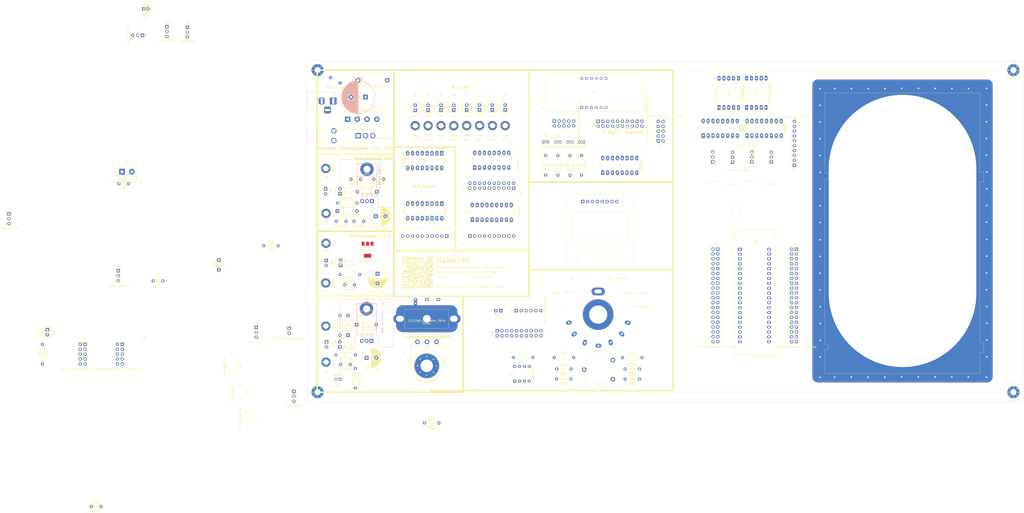
<source format=kicad_pcb>
(kicad_pcb (version 20211014) (generator pcbnew)
  (layers (0 "F.Cu" signal) (31 "B.Cu" signal) (34 "B.Paste" user) (35 "F.Paste" user) (36 "B.SilkS" user "B.Silkscreen") (37 "F.SilkS" user "F.Silkscreen") (38 "B.Mask" user) (39 "F.Mask" user) (44 "Edge.Cuts" user))
  (net 0 "")
  (net 1 "Net-(AFF1-Pad1)")
  (net 2 "Net-(AFF1-Pad2)")
  (net 3 "Net-(AFF1-Pad4)")
  (net 5 "Net-(AFF1-Pad6)")
  (net 6 "Net-(AFF1-Pad7)")
  (net 8 "Net-(AFF1-Pad9)")
  (net 9 "Net-(AFF1-Pad10)")
  (net 10 "Net-(AFF2-Pad1)")
  (net 11 "Net-(AFF2-Pad2)")
  (net 12 "Net-(AFF2-Pad4)")
  (net 14 "Net-(AFF2-Pad6)")
  (net 15 "Net-(AFF2-Pad7)")
  (net 17 "Net-(AFF2-Pad9)")
  (net 18 "Net-(AFF2-Pad10)")
  (net 19 "VCC")
  (net 20 "Net-(D1-Pad1)")
  (net 21 "Net-(D6-Pad2)")
  (net 22 "Net-(D7-Pad1)")
  (net 23 "Net-(D8-Pad1)")
  (net 24 "Net-(D9-Pad1)")
  (net 25 "Net-(D10-Pad1)")
  (net 26 "Net-(D11-Pad1)")
  (net 27 "Net-(D12-Pad1)")
  (net 28 "Net-(D13-Pad1)")
  (net 29 "Net-(D14-Pad1)")
  (net 30 "Net-(J4-Pad2)")
  (net 31 "Net-(J13-Pad9)")
  (net 32 "Net-(J13-Pad2)")
  (net 33 "Net-(J13-Pad3)")
  (net 34 "Net-(J13-Pad4)")
  (net 35 "Net-(J13-Pad5)")
  (net 36 "Net-(J13-Pad6)")
  (net 37 "Net-(J13-Pad7)")
  (net 38 "Net-(J13-Pad8)")
  (net 39 "Net-(J19-Pad1)")
  (net 40 "Net-(J19-Pad2)")
  (net 41 "Net-(J19-Pad3)")
  (net 42 "Net-(J19-Pad4)")
  (net 43 "Net-(J19-Pad5)")
  (net 44 "Net-(J19-Pad6)")
  (net 45 "Net-(J19-Pad7)")
  (net 46 "Net-(J19-Pad8)")
  (net 47 "Net-(J19-Pad9)")
  (net 48 "Net-(J19-Pad10)")
  (net 49 "Net-(Q1-Pad2)")
  (net 50 "Net-(Q2-Pad2)")
  (net 51 "Net-(Q3-Pad2)")
  (net 52 "Net-(Q4-Pad2)")
  (net 53 "Net-(J9-Pad5)")
  (net 54 "Net-(J9-Pad4)")
  (net 55 "Net-(J9-Pad3)")
  (net 56 "Net-(J9-Pad2)")
  (net 57 "Net-(J14-Pad12)")
  (net 58 "Net-(J14-Pad13)")
  (net 59 "Net-(J14-Pad14)")
  (net 60 "Net-(J14-Pad15)")
  (net 61 "Net-(J14-Pad16)")
  (net 62 "Net-(J14-Pad17)")
  (net 63 "Net-(J14-Pad18)")
  (net 64 "Net-(J14-Pad19)")
  (net 65 "Net-(J15-Pad2)")
  (net 66 "Net-(J15-Pad3)")
  (net 67 "Net-(J15-Pad4)")
  (net 68 "Net-(J15-Pad5)")
  (net 69 "Net-(J15-Pad6)")
  (net 70 "Net-(J15-Pad7)")
  (net 71 "Net-(J15-Pad8)")
  (net 73 "Net-(C4-Pad1)")
  (net 74 "/Alimentazione/+Vvar")
  (net 75 "Net-(J11-Pad16)")
  (net 76 "Net-(J11-Pad13)")
  (net 77 "Net-(J11-Pad14)")
  (net 78 "Net-(J12-Pad8)")
  (net 79 "Net-(J11-Pad20)")
  (net 80 "Net-(J14-Pad10)")
  (net 81 "Net-(J14-Pad3)")
  (net 82 "Net-(J14-Pad4)")
  (net 83 "Net-(J14-Pad5)")
  (net 84 "Net-(J14-Pad6)")
  (net 85 "Net-(J14-Pad7)")
  (net 86 "Net-(J14-Pad8)")
  (net 87 "Net-(J14-Pad9)")
  (net 88 "Net-(RV3-Pad2)")
  (net 89 "/Gen_Clock/Clock")
  (net 91 "Net-(C15-Pad1)")
  (net 92 "Net-(R15-Pad2)")
  (net 93 "Net-(J26-Pad4)")
  (net 94 "Net-(R16-Pad2)")
  (net 96 "Net-(U10-Pad5)")
  (net 97 "GNDA")
  (net 98 "Net-(J23-Pad21)")
  (net 99 "Net-(J23-Pad22)")
  (net 100 "Net-(J23-Pad23)")
  (net 101 "Net-(J23-Pad24)")
  (net 102 "Net-(J23-Pad25)")
  (net 103 "Net-(J23-Pad26)")
  (net 104 "Net-(J23-Pad27)")
  (net 105 "Net-(J23-Pad28)")
  (net 106 "Net-(J23-Pad29)")
  (net 107 "Net-(J23-Pad30)")
  (net 108 "Net-(J23-Pad31)")
  (net 109 "Net-(J23-Pad32)")
  (net 110 "Net-(J23-Pad33)")
  (net 111 "Net-(J23-Pad34)")
  (net 112 "Net-(J23-Pad35)")
  (net 113 "Net-(J23-Pad36)")
  (net 114 "Net-(J23-Pad37)")
  (net 115 "Net-(J23-Pad38)")
  (net 116 "Net-(J23-Pad39)")
  (net 117 "Net-(J23-Pad40)")
  (net 118 "Net-(J9-Pad6)")
  (net 119 "Net-(J9-Pad7)")
  (net 120 "Net-(J9-Pad8)")
  (net 121 "Net-(J9-Pad9)")
  (net 122 "Net-(J9-Pad10)")
  (net 123 "/Pulse_2/Pulse+")
  (net 124 "/Pulse_2/Pulse-")
  (net 125 "/Gen_fronti/OUT+")
  (net 126 "/Gen_fronti/OUT-")
  (net 127 "Net-(J12-Pad6)")
  (net 128 "Net-(U9-Pad5)")
  (net 132 "Net-(C17-Pad1)")
  (net 133 "Net-(C18-Pad1)")
  (net 134 "Net-(C19-Pad1)")
  (net 135 "Net-(J12-Pad10)")
  (net 136 "Net-(J11-Pad1)")
  (net 137 "Net-(J11-Pad2)")
  (net 138 "Net-(J11-Pad3)")
  (net 139 "Net-(J11-Pad4)")
  (net 140 "Net-(J11-Pad5)")
  (net 141 "Net-(J11-Pad6)")
  (net 142 "Net-(J11-Pad7)")
  (net 143 "Net-(J11-Pad11)")
  (net 144 "Net-(J11-Pad8)")
  (net 145 "Net-(J11-Pad9)")
  (net 146 "Net-(J11-Pad10)")
  (net 147 "Net-(J11-Pad12)")
  (net 152 "Net-(C1-Pad1)")
  (net 153 "Net-(J14-Pad11)")
  (net 154 "Net-(C20-Pad1)")
  (net 155 "Net-(J12-Pad3)")
  (net 156 "Net-(J12-Pad4)")
  (net 157 "Net-(J12-Pad5)")
  (net 158 "Net-(J12-Pad7)")
  (net 159 "Net-(J12-Pad9)")
  (net 160 "Net-(U10-Pad1)")
  (net 161 "Net-(U10-Pad2)")
  (net 162 "Net-(U10-Pad6)")
  (net 163 "Net-(U10-Pad7)")
  (net 164 "Net-(C16-Pad1)")
  (net 165 "Net-(C7-Pad1)")
  (net 166 "Net-(C24-Pad1)")
  (net 167 "Net-(J15-Pad9)")
  (net 168 "Net-(D2-Pad2)")
  (net 169 "Net-(J22-Pad3)")
  (net 170 "Net-(J22-Pad5)")
  (net 171 "Net-(J22-Pad7)")
  (net 172 "Net-(J22-Pad10)")
  (net 173 "Net-(J22-Pad11)")
  (net 174 "Net-(J22-Pad13)")
  (net 175 "Net-(J22-Pad15)")
  (net 176 "Net-(J22-Pad17)")
  (net 177 "Net-(J22-Pad19)")
  (net 178 "Net-(J22-Pad21)")
  (net 179 "Net-(J22-Pad23)")
  (net 180 "Net-(J22-Pad25)")
  (net 181 "Net-(J22-Pad27)")
  (net 182 "Net-(J22-Pad29)")
  (net 183 "Net-(J22-Pad31)")
  (net 184 "Net-(J22-Pad33)")
  (net 185 "Net-(J22-Pad35)")
  (net 186 "Net-(J22-Pad37)")
  (net 187 "Net-(D21-Pad2)")
  (net 188 "Net-(D2-Pad1)")
  (net 189 "Net-(J22-Pad1)")
  (net 190 "Net-(J22-Pad39)")
  (net 191 "Net-(D1-Pad2)")
  (net 192 "Net-(D1-Pad3)")
  (net 193 "Net-(D22-Pad2)")
  (net 194 "Net-(Q5-Pad2)")
  (net 195 "Net-(F1-Pad1)")
  (net 196 "Net-(D17-Pad2)")
  (net 197 "GND")
  (footprint "Diode_THT:D_A-405_P10.16mm_Horizontal" (layer "F.Cu") (at 15.875 78.486)
    (fp_text reference "D20")
    (fp_text value "1N4001")
  )
  (footprint "Package_TO_SOT_THT:TO-92_Inline" (layer "F.Cu") (at 17.5514 166.2386 180)
    (fp_text reference "Q5")
    (fp_text value "BC237")
  )
  (footprint "LED_THT:LED_D5.0mm" (layer "F.Cu") (at 96.6724 25.8014 90)
    (fp_text reference "D13")
    (fp_text value "1")
  )
  (footprint "LED_THT:LED_D5.0mm" (layer "F.Cu") (at 103.378 25.776 90)
    (fp_text reference "D14")
    (fp_text value "0")
  )
  (footprint "Resistor_THT:R_Axial_DIN0207_L6.3mm_D2.5mm_P10.16mm_Horizontal" (layer "F.Cu") (at 17.241123 111.6076)
    (fp_text reference "R24")
    (fp_text value "220")
  )
  (footprint "Connector_PinHeader_2.54mm:PinHeader_1x03_P2.54mm_Vertical" (layer "F.Cu") (at -73.0758 -17.6126)
    (fp_text reference "J32")
    (fp_text value "Conn_01x03")
  )
  (footprint "MountingHole:MountingHole_3.2mm_M3_Pad_Via" (layer "F.Cu") (at 5.5 173)
    (fp_text reference "TP4" hide)
    (fp_text value "TestPoint" hide)
  )
  (footprint "Package_TO_SOT_THT:TO-92_Inline" (layer "F.Cu") (at 123.2868 42.4014)
    (fp_text reference "Q1")
    (fp_text value "2N3904")
  )
  (footprint "Capacitor_THT:C_Disc_D7.0mm_W2.5mm_P5.00mm" (layer "F.Cu") (at 39.838 61.9252 180)
    (fp_text reference "C2")
    (fp_text value "100nF")
  )
  (footprint "Package_TO_SOT_THT:TO-92_Inline" (layer "F.Cu") (at 141.9812 42.5494)
    (fp_text reference "Q4")
    (fp_text value "2N3904")
  )
  (footprint "Heatsink2:Heatsink_28x25_Horiz" (layer "F.Cu") (at 31.0838 129.4286)
    (fp_text reference "HS2")
    (fp_text value "Heatsink")
  )
  (footprint "Diode_THT:D_A-405_P10.16mm_Horizontal" (layer "F.Cu") (at 21.4376 143.1954 90)
    (fp_text reference "D5")
    (fp_text value "1n4001")
  )
  (footprint "Display_7Segment:CA56-12EWA" (layer "F.Cu") (at 143.3068 24.511 90)
    (fp_text reference "U4")
    (fp_text value "CC56-12EWA")
  )
  (footprint "Symbol:Alimentatore Variabile" (layer "F.Cu") (at 25.3238 26.924)
    (fp_text reference "TP24" hide)
    (fp_text value "Ingresso Alimentazione (7,5-15V)")
  )
  (footprint "TestPoint:TestPoint_Loop_D3.80mm_Drill2.8mm" (layer "F.Cu") (at 56.4642 33.9802)
    (fp_text reference "TP13")
    (fp_text value "Bit7")
  )
  (footprint "Resistor_THT:R_Axial_DIN0207_L6.3mm_D2.5mm_P10.16mm_Horizontal" (layer "F.Cu") (at 130.8608 49.6316 -90)
    (fp_text reference "R6")
    (fp_text value "R")
  )
  (footprint "MountingHole:MountingHole_3.2mm_M3_Pad_Via" (layer "F.Cu") (at 5.5 5)
    (fp_text reference "TP1" hide)
    (fp_text value "TestPoint" hide)
  )
  (footprint "Connector_PinHeader_2.54mm:PinHeader_1x06_P2.54mm_Vertical" (layer "F.Cu") (at 109.22 130.4544 90)
    (fp_text reference "J26")
    (fp_text value "Conn_01x06_Female")
  )
  (footprint "Resistor_THT:R_Axial_DIN0207_L6.3mm_D2.5mm_P10.16mm_Horizontal" (layer "F.Cu") (at -138.0236 158.1912 90)
    (fp_text reference "R3")
    (fp_text value "330")
  )
  (footprint "Connector_PinSocket_2.54mm:PinSocket_1x03_P2.54mm_Vertical" (layer "F.Cu") (at 221.9706 53.0352 180)
    (fp_text reference "Uni-A2")
    (fp_text value "Jumper_3_Open")
  )
  (footprint "LED_THT:LED_D5.0mm" (layer "F.Cu") (at 69.8754 25.8318 90)
    (fp_text reference "D9")
    (fp_text value "5")
  )
  (footprint "Capacitor_THT:CP_Radial_D10.0mm_P5.00mm" (layer "F.Cu") (at 36.7792 111.2266 -90)
    (fp_text reference "C25")
    (fp_text value "220uF")
  )
  (footprint "Connector_PinSocket_2.54mm:PinSocket_2x05_P2.54mm_Vertical" (layer "F.Cu") (at -96.3808 148.077)
    (fp_text reference "J18")
    (fp_text value "Conn_02x05_Counter_Clockwise")
  )
  (footprint "Resistor_THT:R_Axial_DIN0207_L6.3mm_D2.5mm_P10.16mm_Horizontal" (layer "F.Cu") (at 143.2306 49.5554 -90)
    (fp_text reference "R8")
    (fp_text value "R")
  )
  (footprint "Connector_PinHeader_2.54mm:PinHeader_1x03_P2.54mm_Vertical" (layer "F.Cu") (at -155.482466 79.9712)
    (fp_text reference "J6")
    (fp_text value "Conn_01x03")
  )
  (footprint "Connector_PinSocket_2.54mm:PinSocket_1x02_P2.54mm_Vertical" (layer "F.Cu") (at 10.185 146.7812)
    (fp_text reference "J5")
    (fp_text value "Conn_01x02_Male" hide)
  )
  (footprint "TestPoint:TestPoint_Loop_D3.80mm_Drill2.8mm" (layer "F.Cu") (at 9.911323 95.3116)
    (fp_text reference "TP17")
    (fp_text value "3.3VA+")
  )
  (footprint "Resistor_THT:R_Axial_DIN0207_L6.3mm_D2.5mm_P10.16mm_Horizontal" (layer "F.Cu") (at 15.9258 74.3458)
    (fp_text reference "R23")
    (fp_text value "680")
  )
  (footprint "TestPoint:TestPoint_Loop_D3.80mm_Drill2.8mm" (layer "F.Cu") (at 9.9314 157.3276)
    (fp_text reference "TP15")
    (fp_text value "VarA-")
  )
  (footprint "Capacitor_THT:C_Axial_L3.8mm_D2.6mm_P7.50mm_Horizontal" (layer "F.Cu") (at -15.0968 96.5962 180)
    (fp_text reference "C9")
    (fp_text value "100nF")
  )
  (footprint "TestPoint:TestPoint_Loop_D3.80mm_Drill2.8mm" (layer "F.Cu") (at 90.0176 33.909)
    (fp_text reference "TP8")
    (fp_text value "Bit2")
  )
  (footprint "TestPoint:TestPoint_Loop_D3.80mm_Drill2.8mm" (layer "F.Cu") (at 63.1698 33.9802)
    (fp_text reference "TP12")
    (fp_text value "Bit6")
  )
  (footprint "Capacitor_THT:C_Disc_D7.0mm_W2.5mm_P5.00mm" (layer "F.Cu") (at 22.9254 61.9506)
    (fp_text reference "C5")
    (fp_text value "100nF")
  )
  (footprint "Capacitor_THT:CP_Radial_D10.0mm_P5.00mm" (layer "F.Cu") (at 35.884723 81.2038)
    (fp_text reference "C6")
    (fp_text value "220uF")
  )
  (footprint "MountingHole:MountingHole_3.2mm_M3_Pad_Via" (layer "F.Cu") (at 368.5 5)
    (fp_text reference "TP3")
    (fp_text value "TestPoint")
  )
  (footprint "Package_DIP:DIP-16_W7.62mm_Socket_LongPads" (layer "F.Cu") (at 70.2872 48.3966 -90)
    (fp_text reference "SW2")
    (fp_text value "SW_DIP_x08")
  )
  (footprint "RotarySwitch:Commutatore 2x6" (layer "F.Cu") (at 151.892 132.461)
    (fp_text reference "SW5")
    (fp_text value "SW_Rotary12")
  )
  (footprint "Connector_PinHeader_2.54mm:PinHeader_1x03_P2.54mm_Vertical" (layer "F.Cu") (at -6.8072 172.6588)
    (fp_text reference "J7")
    (fp_text value "Conn_01x03")
  )
  (footprint "MountingHole:MountingHole_3.2mm_M3_Pad_Via" (layer "F.Cu") (at 368.5 173)
    (fp_text reference "TP2")
    (fp_text value "TestPoint")
  )
  (footprint "Capacitor_THT:C_Disc_D4.3mm_W1.9mm_P5.00mm" (layer "F.Cu") (at -80.224 114.935)
    (fp_text reference "C21")
    (fp_text value "100n")
  )
  (footprint "Capacitor_THT:C_Axial_L5.1mm_D3.1mm_P7.50mm_Horizontal" (layer "F.Cu") (at 165.9474 160.909)
    (fp_text reference "C20")
    (fp_text value "3,3uF")
  )
  (footprint "Capacitor_THT:C_Axial_L5.1mm_D3.1mm_P7.50mm_Horizontal" (layer "F.Cu") (at 137.7096 166.0906 180)
    (fp_text reference "C18")
    (fp_text value "33nF")
  )
  (footprint "Capacitor_THT:CP_Radial_D5.0mm_P2.00mm" (layer "F.Cu") (at -85.1154 -26.9852)
    (fp_text reference "C4")
    (fp_text value "10uF")
  )
  (footprint "Resistor_THT:R_Axial_DIN0207_L6.3mm_D2.5mm_P10.16mm_Horizontal" (layer "F.Cu") (at 117.8052 154.9146 180)
    (fp_text reference "R17")
    (fp_text value "330")
  )
  (footprint "Package_DIP:DIP-8_W7.62mm" (layer "F.Cu") (at 108.341 167.1982 90)
    (fp_text reference "U7")
    (fp_text value "NE555P")
  )
  (footprint "Resistor_THT:R_Axial_DIN0207_L6.3mm_D2.5mm_P10.16mm_Horizontal" (layer "F.Cu") (at 17.2212 143.2716 90)
    (fp_text reference "R2")
    (fp_text value "240")
  )
  (footprint "MountingHole:MountingHole_3.2mm_M3" (layer "F.Cu") (at -34.8348 172.999 -90)
    (fp_text reference "H1")
    (fp_text value "MountingHole")
  )
  (footprint "Resistor_THT:R_Axial_DIN0207_L6.3mm_D2.5mm_P10.16mm_Horizontal" (layer "F.Cu") (at 25.1968 170.8404 90)
    (fp_text reference "R22")
    (fp_text value "330k")
  )
  (footprint "SerigrafieMakerLAB:Clock NE555" (layer "F.Cu") (at 98.8308 133.1956)
    (fp_text reference "TP29")
    (fp_text value "8 x LED")
  )
  (footprint "Package_DIP:DIP-16_W7.62mm_Socket_LongPads" (layer "F.Cu") (at 87.493 55.8196 90)
    (fp_text reference "RN1")
    (fp_text value "Resistor Array")
  )
  (footprint "Display:Adafruit_SSD1306" (layer "F.Cu") (at 143.8402 73.53)
    (fp_text reference "LCD1")
    (fp_text value "SSD1306_OLED128x64_I2C")
  )
  (footprint "Capacitor_THT:C_Disc_D7.0mm_W2.5mm_P5.00mm" (layer "F.Cu") (at 24.744923 116.967 180)
    (fp_text reference "C3")
    (fp_text value "100nF")
  )
  (footprint "Capacitor_THT:C_Disc_D7.0mm_W2.5mm_P5.00mm" (layer "F.Cu") (at -112.482 232.664)
    (fp_text reference "C10")
    (fp_text value "100nF")
  )
  (footprint "Package_DIP:DIP-16_W7.62mm_Socket_LongPads" (layer "F.Cu") (at 70.2872 74.6348 -90)
    (fp_text reference "RN2")
    (fp_text value "10K")
  )
  (footprint "Package_DIP:DIP-16_W7.62mm_Socket_LongPads" (layer "F.Cu") (at 229.57 39.1804 90)
    (fp_text reference "U10")
    (fp_text value "9368")
  )
  (footprint "SerigrafieMakerLAB:Disp4x7Seg" (layer "F.Cu") (at 153.3144 11.9963)
    (fp_text reference "TP27" hide)
    (fp_text value "8 x LED")
  )
  (footprint "Connector_PinSocket_2.54mm:PinSocket_2x05_P2.54mm_Vertical" (layer "F.Cu") (at 183.1902 41.9308 180)
    (fp_text reference "J9")
    (fp_text value "Conn_02x05_Counter_Clockwise")
  )
  (footprint "LED_THT:LED_D5.0mm" (layer "F.Cu") (at 89.9922 25.8014 90)
    (fp_text reference "D12")
    (fp_text value "2")
  )
  (footprint "Capacitor_THT:C_Disc_D7.0mm_W2.5mm_P5.00mm" (layer "F.Cu") (at 15.3308 83.8708)
    (fp_text reference "C16")
    (fp_text value "100nF")
  )
  (footprint "Resistor_THT:R_Axial_DIN0207_L6.3mm_D2.5mm_P10.16mm_Horizontal" (layer "F.Cu") (at 15.0622 153.6192)
    (fp_text reference "R1")
    (fp_text value "3,3k")
  )
  (footprint "LED_THT:LED_D5.0mm" (layer "F.Cu") (at 56.4642 25.903 90)
    (fp_text reference "D7")
    (fp_text value "7")
  )
  (footprint "VoltmeterModule:3,5 Digit 0,28'' Voltmeter" (layer "F.Cu") (at 62.5602 134.6454)
    (fp_text reference "Vmet1")
    (fp_text value "3,5_Digit_Voltmeter_3Wire")
    (fp_rect (start -11.5 -5) (end 11.5 5) (layer "Edge.Cuts") (width 0.12) (fill none))
  )
  (footprint "TestPoint:TestPoint_Loop_D3.80mm_Drill2.8mm" (layer "F.Cu") (at 83.2866 33.9548)
    (fp_text reference "TP9")
    (fp_text value "Bit3")
  )
  (footprint "Connector_PinHeader_2.54mm:PinHeader_1x03_P2.54mm_Vertical" (layer "F.Cu") (at -62.357 -17.384)
    (fp_text reference "J28")
    (fp_text value "Conn_01x03")
  )
  (footprint "TestPoint:TestPoint_Loop_D3.80mm_Drill2.8mm" (layer "F.Cu") (at 76.581 34.031)
    (fp_text reference "TP10")
    (fp_text value "Bit4")
  )
  (footprint "Diode_THT:D_A-405_P10.16mm_Horizontal" (layer "F.Cu") (at 36.449 68.4022 180)
    (fp_text reference "D4")
    (fp_text value "1N4001")
  )
  (footprint "LED_THT:LED_D5.0mm" (layer "F.Cu") (at 101.0412 130.4798 180)
    (fp_text reference "D17")
    (fp_text value "LED")
  )
  (footprint "Display_7Segment:7SegmentLED_LTS6760_LTS6780" (layer "F.Cu") (at 229.326 24.4602 90)
    (fp_text reference "AFF2")
    (fp_text value "LTS-6980HR")
  )
  (footprint "TestPoint:TestPoint_Loop_D3.80mm_Drill2.8mm" (layer "F.Cu") (at 9.8298 138.5316)
    (fp_text reference "TP14")
    (fp_text value "VarA+")
  )
  (footprint "TerminalBlock:TerminalBlock_bornier-2_P5.08mm" (layer "F.Cu") (at -96.472466 57.9912)
    (fp_text reference "J20")
    (fp_text value "Screw_Terminal_01x02")
  )
  (footprint "Package_TO_SOT_THT:TO-92_Inline" (layer "F.Cu") (at 135.936 42.524)
    (fp_text reference "Q3")
    (fp_text value "2N3904")
  )
  (footprint "Symbol:Alimentatore Variabile" (layer "F.Cu") (at 25.3238 68.9356)
    (fp_text reference "TP23" hide)
    (fp_text value "Alimentatore +5V")
  )
  (footprint "Breadboard:BreadBoard 81x146" (layer "F.Cu") (at 311.658 88.9)
    (fp_text reference "TP5")
    (fp_text value "TestPoint")
    (fp_line (start -41.63 -26.961) (end -41.63 59.039) (layer "Edge.Cuts") (width 0.12))
    (fp_line (start -41.63 -26.961) (end -39.63 -26.961) (layer "Edge.Cuts") (width 0.12))
    (fp_line (start 39.37 74.3438) (end -41.6306 74.3712) (layer "Edge.Cuts") (width 0.12))
    (fp_line (start -41.63 62.039) (end -39.63 62.039) (layer "Edge.Cuts") (width 0.12))
    (fp_line (start 39.37 -30.6562) (end 41.37 -30.6562) (layer "Edge.Cuts") (width 0.12))
    (fp_line (start 39.37 58.3438) (end 39.37 -25.6562) (layer "Edge.Cuts") (width 0.12))
    (fp_line (start -41.63 -30) (end -41.63 -71.961) (layer "Edge.Cuts") (width 0.12))
    (fp_line (start -39.63 -30) (end -39.63 -26.961) (layer "Edge.Cuts") (width 0.12))
    (fp_line (start 39.37 -30.6562) (end 39.37 -71.961) (layer "Edge.Cuts") (width 0.12))
    (fp_line (start 41.37 63.3438) (end 41.37 58.3438) (layer "Edge.Cuts") (width 0.12))
    (fp_line (start 41.37 -25.6562) (end 41.37 -30.6562) (layer "Edge.Cuts") (width 0.12))
    (fp_line (start 39.37 58.3438) (end 41.37 58.3438) (layer "Edge.Cuts") (width 0.12))
    (fp_line (start -41.63 -71.961) (end 39.37 -71.961) (layer "Edge.Cuts") (width 0.12))
    (fp_line (start 39.37 63.3438) (end 39.37 74.3438) (layer "Edge.Cuts") (width 0.12))
    (fp_line (start 41.37 -25.6562) (end 39.37 -25.6562) (layer "Edge.Cuts") (width 0.12))
    (fp_line (start 39.37 63.3438) (end 41.37 63.3438) (layer "Edge.Cuts") (width 0.12))
    (fp_line (start -39.63 59.039) (end -39.63 62.039) (layer "Edge.Cuts") (width 0.12))
    (fp_line (start -41.63 -30) (end -39.63 -30) (layer "Edge.Cuts") (width 0.12))
    (fp_line (start -39.63 59.039) (end -41.63 59.039) (layer "Edge.Cuts") (width 0.12))
    (fp_line (start -41.63 62.039) (end -41.6306 74.3712) (layer "Edge.Cuts") (width 0.12))
  )
  (footprint "Resistor_THT:R_Axial_DIN0207_L6.3mm_D2.5mm_P10.16mm_Horizontal" (layer "F.Cu") (at 124.4854 49.5554 -90)
    (fp_text reference "R5")
    (fp_text value "R")
  )
  (footprint "Connector_PinSocket_2.54mm:PinSocket_1x02_P2.54mm_Vertical" (layer "F.Cu") (at 9.7028 66.9798)
    (fp_text reference "J29")
    (fp_text value "Conn_01x02_Male" hide)
  )
  (footprint "LED_THT:LED_D5.0mm" (layer "F.Cu") (at -135.4582 140.4366 -90)
    (fp_text reference "D6")
    (fp_text value "LED_ALT")
  )
  (footprint "LED_THT:LED_D5.0mm" (layer "F.Cu") (at 17.2212 69.3978 90)
    (fp_text reference "D21")
    (fp_text value "+5V")
  )
  (footprint "Connector_PinHeader_2.54mm:PinHeader_1x03_P2.54mm_Vertical" (layer "F.Cu") (at -85.8162 -13.193 -90)
    (fp_text reference "J8")
    (fp_text value "Conn_01x03")
  )
  (footprint "Package_TO_SOT_SMD:SOT-223" (layer "F.Cu") (at 31.5722 98.7044 -90)
    (fp_text reference "U11")
    (fp_text value "L78L33_SOT89")
  )
  (footprint "TestPoint:TestPoint_Loop_D3.80mm_Drill2.8mm" (layer "F.Cu") (at 69.9008 33.9802)
    (fp_text reference "TP11")
    (fp_text value "Bit5")
  )
  (footprint "TestPoint:TestPoint_Loop_D3.80mm_Drill2.8mm" (layer "F.Cu") (at 9.8044 56.3118)
    (fp_text reference "TP16")
    (fp_text value "5VA+")
  )
  (footprint "Connector_PinSocket_2.54mm:PinSocket_1x10_P2.54mm_Vertical" (layer "F.Cu") (at 84.993 91.542 90)
    (fp_text reference "J13")
    (fp_text value "GND 0  1  2  3  4  5  6  7  +5V")
  )
  (footprint "TestPoint:TestPoint_Loop_D3.80mm_Drill2.8mm" (layer "F.Cu") (at 96.7486 33.9294)
    (fp_text reference "TP7")
    (fp_text value "Bit1")
  )
  (footprint "Capacitor_THT:C_Disc_D4.3mm_W1.9mm_P5.00mm" (layer "F.Cu") (at -98.132466 64.2412)
    (fp_text reference "C22")
    (fp_text value "100n")
  )
  (footprint "Resistor_THT:R_Axial_DIN0207_L6.3mm_D2.5mm_P10.16mm_Horizontal" (layer "F.Cu") (at 164.5666 154.9654)
    (fp_text reference "R16")
    (fp_text value "22K")
  )
  (footprint "Capacitor_THT:C_Axial_L5.1mm_D3.1mm_P7.50mm_Horizontal" (layer "F.Cu") (at 137.7858 160.909 180)
    (fp_text reference "C17")
    (fp_text value "3,3nF")
  )
  (footprint "MountingHole:MountingHole_3.2mm_M3" (layer "F.Cu") (at -38.8848 159.689 -90)
    (fp_text reference "H3")
    (fp_text value "MountingHole")
  )
  (footprint "Capacitor_THT:C_Disc_D7.0mm_W2.5mm_P5.00mm" (layer "F.Cu") (at 17.5514 158.5468)
    (fp_text reference "C23")
    (fp_text value "100nF")
  )
  (footprint "Varistor:RV_Disc_D7mm_W5.4mm_P5mm" (layer "F.Cu") (at 12.319 8.89)
    (fp_text reference "F1")
    (fp_text value "Polyfuse 750mA")
  )
  (footprint "Resistor_THT:R_Axial_DIN0207_L6.3mm_D2.5mm_P10.16mm_Horizontal" (layer "F.Cu") (at 128.9558 154.9654)
    (fp_text reference "R15")
    (fp_text value "1K")
  )
  (footprint "Package_DIP:DIP-16_W7.62mm_Socket_LongPads" (layer "F.Cu") (at 206.71 39.1804 90)
    (fp_text reference "U9")
    (fp_text value "9368")
  )
  (footprint "Symbol:Alimentatore Variabile" (layer "F.Cu") (at 43.3832 148.0312)
    (fp_text reference "TP21" hide)
    (fp_text value "Alimentaore Variabile")
  )
  (footprint "LED_THT:LED_D5.0mm" (layer "F.Cu") (at 83.312 25.8014 90)
    (fp_text reference "D11")
    (fp_text value "3")
  )
  (footprint "TestPoint:TestPoint_Loop_D3.80mm_Drill2.8mm" (layer "F.Cu") (at 103.378 33.9344)
    (fp_text reference "TP6")
    (fp_text value "Bit0")
  )
  (footprint "TestPoint:TestPoint_Loop_D3.80mm_Drill2.8mm" (layer "F.Cu") (at 9.784323 116.038)
    (fp_text reference "TP19")
    (fp_text value "3.3VA-")
  )
  (footprint "Connector_PinSocket_2.54mm:PinSocket_1x03_P2.54mm_Vertical" (layer "F.Cu") (at 211.6582 52.8828 180)
    (fp_text reference "Uni-A3")
    (fp_text value "Jumper_3_Open" hide)
  )
  (footprint "Package_DIP:DIP-16_W7.62mm_LongPads" (layer "F.Cu") (at 154.2692 58.4858 90)
    (fp_text reference "U3")
    (fp_text value "DM9368")
  )
  (footprint "Button_Switch_THT:SW_100SP1T2B4M7QE" (layer "F.Cu") (at 30.52125 39.21225)
    (fp_text reference "SW1")
    (fp_text value "SwGenerale")
  )
  (footprint "Connector_PinHeader_2.54mm:PinHeader_1x10_P2.54mm_Vertical" (layer "F.Cu") (at 254.254 54.5846 180)
    (fp_text reference "J19")
    (fp_text value "Conn_01x10_Female")
  )
  (footprint "Connector_PinSocket_2.54mm:PinSocket_2x20_P2.54mm_Vertical" (layer "F.Cu") (at 255.3154 98.3788)
    (fp_text reference "J24")
    (fp_text value "Conn_02x20_Counter_Clockwise")
  )
  (footprint "Symbol:Alimentatore Variabile" (layer "F.Cu") (at 25.2984 106.0196)
    (fp_text reference "TP22" hide)
    (fp_text value "Alimentatore +3,3V")
  )
  (footprint "Connector_PinSocket_2.54mm:PinSocket_1x10_P2.54mm_Vertical" (layer "F.Cu") (at 72.868 91.567 -90)
    (fp_text reference "J15")
    (fp_text value "GND 0  1  2  3  4  5  6  7 +5V")
  )
  (footprint "Package_TO_SOT_THT:TO-92_Inline" (layer "F.Cu") (at 129.6368 42.4986)
    (fp_text reference "Q2")
    (fp_text value "2N3904")
  )
  (footprint "Resistor_THT:R_Axial_DIN0207_L6.3mm_D2.5mm_P10.16mm_Horizontal" (layer "F.Cu") (at 137.16 49.657 -90)
    (fp_text reference "R7")
    (fp_text value "R")
  )
  (footprint "Connector_PinSocket_2.54mm:PinSocket_2x10_P2.54mm_Vertical" (layer "F.Cu") (at 151.8458 31.6538 90)
    (fp_text reference "J11")
    (fp_text value "Conn_02x10_Counter_Clockwise")
  )
  (footprint "Connector_PinSocket_2.54mm:PinSocket_1x03_P2.54mm_Vertical" (layer "F.Cu") (at -98.4264 109.6518)
    (fp_text reference "Uni-A4")
    (fp_text value "Jumper_3_Open")
  )
  (footprint "Connector_PinSocket_2.54mm:PinSocket_1x02_P2.54mm_Vertical" (layer "F.Cu") (at -9.2714 139.7708)
    (fp_text reference "J10")
    (fp_text value "Conn_01x02_Female")
  )
  (footprint "LED_THT:LED_D5.0mm" (layer "F.Cu") (at 63.1698 25.8776 90)
    (fp_text reference "D8")
    (fp_text value "6")
  )
  (footprint "Capacitor_THT:CP_Radial_D10.0mm_P5.00mm" (layer "F.Cu") (at 31.0896 155.067)
    (fp_text reference "C7")
    (fp_text value "220uF")
  )
  (footprint "TestPoint:TestPoint_Loop_D3.80mm_Drill2.8mm" (layer "F.Cu") (at 9.9568 79.7306)
    (fp_text reference "TP18")
    (fp_text value "5VA-")
  )
  (footprint "Connector_PinSocket_2.54mm:PinSocket_2x05_P2.54mm_Vertical" (layer "F.Cu") (at 128.9604 31.5522 90)
    (fp_text reference "J12")
    (fp_text value "Conn_02x05_Counter_Clockwise")
  )
  (footprint "SerigrafieMakerLAB:MakerLABTitoli" (layer "F.Cu") (at 76.4032 113.6142)
    (fp_text reference "TP28" hide)
    (fp_text value "MakerLAB" hide)
  )
  (footprint "Diode_THT:Diode_Bridge_Vishay_KBL" (layer "F.Cu") (at 21.1582 30.6324)
    (fp_text reference "D1")
    (fp_text value "D_Bridge_+AA-")
  )
  (footprint "Inductor_THT:L_Axial_L12.0mm_D5.0mm_P15.24mm_Horizontal_Fastron_MISC" (layer "F.Cu") (at 26.619201 10.287)
    (fp_text reference "L1")
    (fp_text value "3,3mH")
  )
  (footprint "Diode_THT:D_A-405_P10.16mm_Horizontal" (layer "F.Cu") (at 25.908 137.7852)
    (fp_text reference "D3")
    (fp_text value "1n4001")
  )
  (footprint "LED_THT:LED_D5.0mm" (layer "F.Cu") (at 17.0942 149.3316 90)
    (fp_text reference "D2")
    (fp_text value "VarOut")
  )
  (footprint "Potentiometer_THT:Potentiometer_ACP_CA14V-15_Vertical" (layer "F.Cu") (at 159.5444 156.2392 180)
    (fp_text reference "RV3")
    (fp_text value "220K")
  )
  (footprint "Capacitor_THT:C_Disc_D7.5mm_W2.5mm_P5.00mm" (layer "F.Cu") (at -45.9994 104.1438 -90)
    (fp_text reference "C8")
    (fp_text value "100nF")
  )
  (footprint "Capacitor_THT:C_Axial_L5.1mm_D3.1mm_P7.50mm_Horizontal" (layer "F.Cu") (at 165.9474 166.1922)
    (fp_text reference "C19")
    (fp_text value "330nF")
  )
  (footprint "MountingHole:MountingHole_6.5mm_Pad_Via" (layer "F.Cu") (at 62.484 159.258)
    (fp_text reference "TP20" hide)
    (fp_text value "Potenziometer")
  )
  (footprint "Connector_PinSocket_2.54mm:PinSocket_1x03_P2.54mm_Vertical" (layer "F.Cu") (at 232.1052 52.8828 180)
    (fp_text reference "Uni-A0")
    (fp_text value "Jumper_3_Open")
  )
  (footprint "Capacitor_THT:C_Disc_D7.0mm_W2.5mm_P5.00mm" (layer "F.Cu") (at 29.5402 83.8962 180)
    (fp_text reference "C24")
    (fp_text value "100nF")
  )
  (footprint "Connector_PinHeader_2.54mm:PinHeader_1x03_P2.54mm_Vertical" (layer "F.Cu") (at -26.4668 139.207)
    (fp_text reference "J31")
    (fp_text value "Conn_01x03")
  )
  (footprint "LED_THT:LED_D5.0mm" (layer "F.Cu") (at 76.576294 25.8252 90)
    (fp_text reference "D10")
    (fp_text value "4")
  )
  (footprint "Capacitor_THT:C_Axial_L5.1mm_D3.1mm_P7.50mm_Horizontal" (layer "F.Cu") (at 61.2486 189.0522)
    (fp_text reference "*C16")
    (fp_text value "330pF")
  )
  (footprint "Connector_PinSocket_2.54mm:PinSocket_1x02_P2.54mm_Vertical" (layer "F.Cu") (at 10.037923 104.2978)
    (fp_text reference "J30")
    (fp_text value "Conn_01x02_Male" hide)
  )
  (footprint "Connector_PinSocket_2.54mm:PinSocket_2x20_P2.54mm_Vertical" (layer "F.Cu") (at 214.3506 98.3488)
    (fp_text reference "J22")
    (fp_text value "Conn_02x20_Counter_Clockwise")
  )
  (footprint "LED_THT:LED_D5.0mm" (layer "F.Cu") (at 17.469723 106.7866 90)
    (fp_text reference "D22")
    (fp_text value "+3.3V")
  )
  (footprint "Connector_PinSocket_2.54mm:PinSocket_2x10_P2.54mm_Vertical" (layer "F.Cu") (at 107.793 66.543 -90)
    (fp_text reference "J14")
    (fp_text value "8Bit Jumper")
  )
  (footprint "Package_DIP:DIP-18_W7.62mm_Socket_LongPads" (layer "F.Cu") (at 86.243 83.0076 90)
    (fp_text reference "U5")
    (fp_text value "ULN2803A")
  )
  (footprint "Symbol:Alimentatore Variabile" (layer "F.Cu") (at 61.3364 72.1864)
    (fp_text reference "TP25" hide)
    (fp_text value "8 x Switch")
  )
  (footprint "Socket:DIP_Socket-40_W22.1_W22.86_W25.4_W27.94_W28.7_3M_240-3639-00-0602J" (layer "F.Cu") (at 226.441501 98.442402)
    (fp_text reference "J23")
    (fp_text value "Conn_02x20_Counter_Clockwise")
  )
  (footprint "Connector_BarrelJack:BarrelJack_Horizontal" (layer "F.Cu") (at 13.6708 21.1151)
    (fp_text reference "J4")
    (fp_text value "Barrel_Jack_MountingPin" hide)
  )
  (footprint "Symbol:Alimentatore Variabile" (layer "F.Cu") (at 80.645 29.972)
    (fp_text reference "TP26" hide)
    (fp_text value "8 x LED")
  )
  (footprint "MountingHole:MountingHole_3.2mm_M3" (layer "F.Cu") (at -30.7848 186.309 -90)
    (fp_text reference "H2")
    (fp_text value "MountingHole")
  )
  (footprint "Display_7Segment:7SegmentLED_LTS6760_LTS6780" (layer "F.Cu") (at 214.9396 24.4856 90)
    (fp_text reference "AFF1")
    (fp_text value "LTS-6980HR")
  )
  (footprint "Connector_PinSocket_2.54mm:PinSocket_2x05_P2.54mm_Vertical" (layer "F.Cu") (at -115.8008 148.077)
    (fp_text reference "J16")
    (fp_text value "Conn_02x05_Counter_Clockwise")
  )
  (footprint "Connector_PinSocket_2.54mm:PinSocket_1x03_P2.54mm_Vertical" (layer "F.Cu") (at 242.2652 52.8828 180)
    (fp_text reference "Uni-A1")
    (fp_text value "Jumper_3_Open" hide)
  )
  (footprint "Heatsink2:Heatsink_28x25_Horiz" (layer "B.Cu") (at 31.242 56.618 180)
    (fp_text reference "HS1" hide)
    (fp_text value "Heatsink" hide)
  )
  (footprint "Potentiometer_THT:Potentiometer_Omeg_PC16BU_Vertical" (layer "B.Cu") (at 67.5894 146.7612 -90)
    (fp_text reference "RV2")
    (fp_text value "5K")
  )
  (footprint "Capacitor_THT:CP_Radial_D17.0mm_P7.50mm" (layer "B.Cu") (at 30.5054 19.05)
    (fp_text reference "C1")
    (fp_text value "1000uF")
  )
  (footprint "Package_TO_SOT_THT:TO-220-3_Horizontal_TabDown" (layer "B.Cu") (at 33.8582 73.3288 180)
    (fp_text reference "U2")
    (fp_text value "LM7805_TO220")
  )
  (footprint "Connector_PinHeader_2.54mm:PinHeader_2x10_P2.54mm_Vertical" (layer "B.Cu") (at 99.192 141.0158 -90)
    (fp_text reference "J17")
    (fp_text value "Conn_02x10_Counter_Clockwise")
  )
  (footprint "Package_TO_SOT_THT:TO-220-3_Horizontal_TabDown" (layer "B.Cu") (at 33.6296 146.2278 180)
    (fp_text reference "U1")
    (fp_text value "LM317_TO-220")
  )
  (gr_rect (start 5.5 5) (end 368.5 173) (layer "F.SilkS") (width 0.15) (fill none))
  (gr_circle (center 62.6872 159.3088) (end 76.494641 159.3088) (layer "F.SilkS") (width 0.1) (fill none))
  (gr_rect (start 0 0) (end 374 178) (layer "Edge.Cuts") (width 0.1) (fill none))
)
</source>
